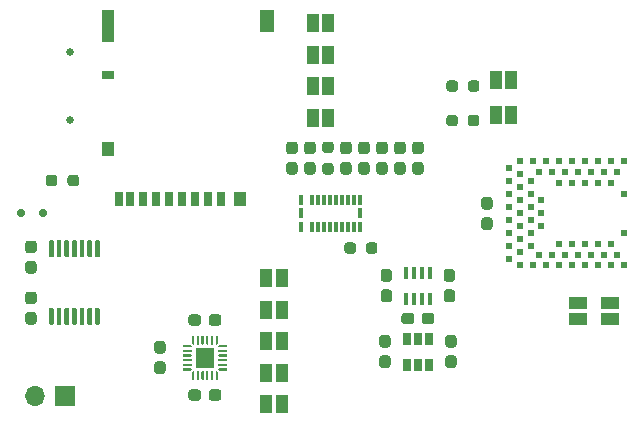
<source format=gbr>
%TF.GenerationSoftware,KiCad,Pcbnew,(5.1.7)-1*%
%TF.CreationDate,2021-01-20T17:17:38-05:00*%
%TF.ProjectId,SYSC4907_REV2,53595343-3439-4303-975f-524556322e6b,rev?*%
%TF.SameCoordinates,Original*%
%TF.FileFunction,Soldermask,Bot*%
%TF.FilePolarity,Negative*%
%FSLAX46Y46*%
G04 Gerber Fmt 4.6, Leading zero omitted, Abs format (unit mm)*
G04 Created by KiCad (PCBNEW (5.1.7)-1) date 2021-01-20 17:17:38*
%MOMM*%
%LPD*%
G01*
G04 APERTURE LIST*
%ADD10C,0.650000*%
%ADD11R,0.700000X1.200000*%
%ADD12R,1.000000X1.200000*%
%ADD13R,1.000000X0.800000*%
%ADD14R,1.000000X2.800000*%
%ADD15R,1.300000X1.900000*%
%ADD16R,1.000000X1.500000*%
%ADD17R,1.500000X1.000000*%
%ADD18C,0.700000*%
%ADD19R,0.508000X0.508000*%
%ADD20R,0.650000X1.060000*%
%ADD21R,0.300000X0.900000*%
%ADD22R,0.300000X0.850000*%
%ADD23R,0.400000X1.060000*%
%ADD24C,0.100000*%
%ADD25R,1.600000X1.750000*%
%ADD26R,1.700000X1.700000*%
%ADD27O,1.700000X1.700000*%
G04 APERTURE END LIST*
%TO.C,C201*%
G36*
G01*
X90496500Y-123926000D02*
X90021500Y-123926000D01*
G75*
G02*
X89784000Y-123688500I0J237500D01*
G01*
X89784000Y-123088500D01*
G75*
G02*
X90021500Y-122851000I237500J0D01*
G01*
X90496500Y-122851000D01*
G75*
G02*
X90734000Y-123088500I0J-237500D01*
G01*
X90734000Y-123688500D01*
G75*
G02*
X90496500Y-123926000I-237500J0D01*
G01*
G37*
G36*
G01*
X90496500Y-122201000D02*
X90021500Y-122201000D01*
G75*
G02*
X89784000Y-121963500I0J237500D01*
G01*
X89784000Y-121363500D01*
G75*
G02*
X90021500Y-121126000I237500J0D01*
G01*
X90496500Y-121126000D01*
G75*
G02*
X90734000Y-121363500I0J-237500D01*
G01*
X90734000Y-121963500D01*
G75*
G02*
X90496500Y-122201000I-237500J0D01*
G01*
G37*
%TD*%
%TO.C,C401*%
G36*
G01*
X87448500Y-135610000D02*
X86973500Y-135610000D01*
G75*
G02*
X86736000Y-135372500I0J237500D01*
G01*
X86736000Y-134772500D01*
G75*
G02*
X86973500Y-134535000I237500J0D01*
G01*
X87448500Y-134535000D01*
G75*
G02*
X87686000Y-134772500I0J-237500D01*
G01*
X87686000Y-135372500D01*
G75*
G02*
X87448500Y-135610000I-237500J0D01*
G01*
G37*
G36*
G01*
X87448500Y-133885000D02*
X86973500Y-133885000D01*
G75*
G02*
X86736000Y-133647500I0J237500D01*
G01*
X86736000Y-133047500D01*
G75*
G02*
X86973500Y-132810000I237500J0D01*
G01*
X87448500Y-132810000D01*
G75*
G02*
X87686000Y-133047500I0J-237500D01*
G01*
X87686000Y-133647500D01*
G75*
G02*
X87448500Y-133885000I-237500J0D01*
G01*
G37*
%TD*%
%TO.C,C402*%
G36*
G01*
X75510500Y-119227000D02*
X75035500Y-119227000D01*
G75*
G02*
X74798000Y-118989500I0J237500D01*
G01*
X74798000Y-118389500D01*
G75*
G02*
X75035500Y-118152000I237500J0D01*
G01*
X75510500Y-118152000D01*
G75*
G02*
X75748000Y-118389500I0J-237500D01*
G01*
X75748000Y-118989500D01*
G75*
G02*
X75510500Y-119227000I-237500J0D01*
G01*
G37*
G36*
G01*
X75510500Y-117502000D02*
X75035500Y-117502000D01*
G75*
G02*
X74798000Y-117264500I0J237500D01*
G01*
X74798000Y-116664500D01*
G75*
G02*
X75035500Y-116427000I237500J0D01*
G01*
X75510500Y-116427000D01*
G75*
G02*
X75748000Y-116664500I0J-237500D01*
G01*
X75748000Y-117264500D01*
G75*
G02*
X75510500Y-117502000I-237500J0D01*
G01*
G37*
%TD*%
%TO.C,C403*%
G36*
G01*
X82655500Y-116427000D02*
X83130500Y-116427000D01*
G75*
G02*
X83368000Y-116664500I0J-237500D01*
G01*
X83368000Y-117264500D01*
G75*
G02*
X83130500Y-117502000I-237500J0D01*
G01*
X82655500Y-117502000D01*
G75*
G02*
X82418000Y-117264500I0J237500D01*
G01*
X82418000Y-116664500D01*
G75*
G02*
X82655500Y-116427000I237500J0D01*
G01*
G37*
G36*
G01*
X82655500Y-118152000D02*
X83130500Y-118152000D01*
G75*
G02*
X83368000Y-118389500I0J-237500D01*
G01*
X83368000Y-118989500D01*
G75*
G02*
X83130500Y-119227000I-237500J0D01*
G01*
X82655500Y-119227000D01*
G75*
G02*
X82418000Y-118989500I0J237500D01*
G01*
X82418000Y-118389500D01*
G75*
G02*
X82655500Y-118152000I237500J0D01*
G01*
G37*
%TD*%
%TO.C,C404*%
G36*
G01*
X73986500Y-117502000D02*
X73511500Y-117502000D01*
G75*
G02*
X73274000Y-117264500I0J237500D01*
G01*
X73274000Y-116664500D01*
G75*
G02*
X73511500Y-116427000I237500J0D01*
G01*
X73986500Y-116427000D01*
G75*
G02*
X74224000Y-116664500I0J-237500D01*
G01*
X74224000Y-117264500D01*
G75*
G02*
X73986500Y-117502000I-237500J0D01*
G01*
G37*
G36*
G01*
X73986500Y-119227000D02*
X73511500Y-119227000D01*
G75*
G02*
X73274000Y-118989500I0J237500D01*
G01*
X73274000Y-118389500D01*
G75*
G02*
X73511500Y-118152000I237500J0D01*
G01*
X73986500Y-118152000D01*
G75*
G02*
X74224000Y-118389500I0J-237500D01*
G01*
X74224000Y-118989500D01*
G75*
G02*
X73986500Y-119227000I-237500J0D01*
G01*
G37*
%TD*%
%TO.C,C405*%
G36*
G01*
X84179500Y-118152000D02*
X84654500Y-118152000D01*
G75*
G02*
X84892000Y-118389500I0J-237500D01*
G01*
X84892000Y-118989500D01*
G75*
G02*
X84654500Y-119227000I-237500J0D01*
G01*
X84179500Y-119227000D01*
G75*
G02*
X83942000Y-118989500I0J237500D01*
G01*
X83942000Y-118389500D01*
G75*
G02*
X84179500Y-118152000I237500J0D01*
G01*
G37*
G36*
G01*
X84179500Y-116427000D02*
X84654500Y-116427000D01*
G75*
G02*
X84892000Y-116664500I0J-237500D01*
G01*
X84892000Y-117264500D01*
G75*
G02*
X84654500Y-117502000I-237500J0D01*
G01*
X84179500Y-117502000D01*
G75*
G02*
X83942000Y-117264500I0J237500D01*
G01*
X83942000Y-116664500D01*
G75*
G02*
X84179500Y-116427000I237500J0D01*
G01*
G37*
%TD*%
%TO.C,C407*%
G36*
G01*
X81385500Y-134535000D02*
X81860500Y-134535000D01*
G75*
G02*
X82098000Y-134772500I0J-237500D01*
G01*
X82098000Y-135372500D01*
G75*
G02*
X81860500Y-135610000I-237500J0D01*
G01*
X81385500Y-135610000D01*
G75*
G02*
X81148000Y-135372500I0J237500D01*
G01*
X81148000Y-134772500D01*
G75*
G02*
X81385500Y-134535000I237500J0D01*
G01*
G37*
G36*
G01*
X81385500Y-132810000D02*
X81860500Y-132810000D01*
G75*
G02*
X82098000Y-133047500I0J-237500D01*
G01*
X82098000Y-133647500D01*
G75*
G02*
X81860500Y-133885000I-237500J0D01*
G01*
X81385500Y-133885000D01*
G75*
G02*
X81148000Y-133647500I0J237500D01*
G01*
X81148000Y-133047500D01*
G75*
G02*
X81385500Y-132810000I237500J0D01*
G01*
G37*
%TD*%
%TO.C,C408*%
G36*
G01*
X86846500Y-127222000D02*
X87321500Y-127222000D01*
G75*
G02*
X87559000Y-127459500I0J-237500D01*
G01*
X87559000Y-128059500D01*
G75*
G02*
X87321500Y-128297000I-237500J0D01*
G01*
X86846500Y-128297000D01*
G75*
G02*
X86609000Y-128059500I0J237500D01*
G01*
X86609000Y-127459500D01*
G75*
G02*
X86846500Y-127222000I237500J0D01*
G01*
G37*
G36*
G01*
X86846500Y-128947000D02*
X87321500Y-128947000D01*
G75*
G02*
X87559000Y-129184500I0J-237500D01*
G01*
X87559000Y-129784500D01*
G75*
G02*
X87321500Y-130022000I-237500J0D01*
G01*
X86846500Y-130022000D01*
G75*
G02*
X86609000Y-129784500I0J237500D01*
G01*
X86609000Y-129184500D01*
G75*
G02*
X86846500Y-128947000I237500J0D01*
G01*
G37*
%TD*%
%TO.C,C410*%
G36*
G01*
X80082500Y-119227000D02*
X79607500Y-119227000D01*
G75*
G02*
X79370000Y-118989500I0J237500D01*
G01*
X79370000Y-118389500D01*
G75*
G02*
X79607500Y-118152000I237500J0D01*
G01*
X80082500Y-118152000D01*
G75*
G02*
X80320000Y-118389500I0J-237500D01*
G01*
X80320000Y-118989500D01*
G75*
G02*
X80082500Y-119227000I-237500J0D01*
G01*
G37*
G36*
G01*
X80082500Y-117502000D02*
X79607500Y-117502000D01*
G75*
G02*
X79370000Y-117264500I0J237500D01*
G01*
X79370000Y-116664500D01*
G75*
G02*
X79607500Y-116427000I237500J0D01*
G01*
X80082500Y-116427000D01*
G75*
G02*
X80320000Y-116664500I0J-237500D01*
G01*
X80320000Y-117264500D01*
G75*
G02*
X80082500Y-117502000I-237500J0D01*
G01*
G37*
%TD*%
%TO.C,C411*%
G36*
G01*
X81512500Y-127222000D02*
X81987500Y-127222000D01*
G75*
G02*
X82225000Y-127459500I0J-237500D01*
G01*
X82225000Y-128059500D01*
G75*
G02*
X81987500Y-128297000I-237500J0D01*
G01*
X81512500Y-128297000D01*
G75*
G02*
X81275000Y-128059500I0J237500D01*
G01*
X81275000Y-127459500D01*
G75*
G02*
X81512500Y-127222000I237500J0D01*
G01*
G37*
G36*
G01*
X81512500Y-128947000D02*
X81987500Y-128947000D01*
G75*
G02*
X82225000Y-129184500I0J-237500D01*
G01*
X82225000Y-129784500D01*
G75*
G02*
X81987500Y-130022000I-237500J0D01*
G01*
X81512500Y-130022000D01*
G75*
G02*
X81275000Y-129784500I0J237500D01*
G01*
X81275000Y-129184500D01*
G75*
G02*
X81512500Y-128947000I237500J0D01*
G01*
G37*
%TD*%
%TO.C,C412*%
G36*
G01*
X81606500Y-117502000D02*
X81131500Y-117502000D01*
G75*
G02*
X80894000Y-117264500I0J237500D01*
G01*
X80894000Y-116664500D01*
G75*
G02*
X81131500Y-116427000I237500J0D01*
G01*
X81606500Y-116427000D01*
G75*
G02*
X81844000Y-116664500I0J-237500D01*
G01*
X81844000Y-117264500D01*
G75*
G02*
X81606500Y-117502000I-237500J0D01*
G01*
G37*
G36*
G01*
X81606500Y-119227000D02*
X81131500Y-119227000D01*
G75*
G02*
X80894000Y-118989500I0J237500D01*
G01*
X80894000Y-118389500D01*
G75*
G02*
X81131500Y-118152000I237500J0D01*
G01*
X81606500Y-118152000D01*
G75*
G02*
X81844000Y-118389500I0J-237500D01*
G01*
X81844000Y-118989500D01*
G75*
G02*
X81606500Y-119227000I-237500J0D01*
G01*
G37*
%TD*%
%TO.C,C413*%
G36*
G01*
X78558500Y-117502000D02*
X78083500Y-117502000D01*
G75*
G02*
X77846000Y-117264500I0J237500D01*
G01*
X77846000Y-116664500D01*
G75*
G02*
X78083500Y-116427000I237500J0D01*
G01*
X78558500Y-116427000D01*
G75*
G02*
X78796000Y-116664500I0J-237500D01*
G01*
X78796000Y-117264500D01*
G75*
G02*
X78558500Y-117502000I-237500J0D01*
G01*
G37*
G36*
G01*
X78558500Y-119227000D02*
X78083500Y-119227000D01*
G75*
G02*
X77846000Y-118989500I0J237500D01*
G01*
X77846000Y-118389500D01*
G75*
G02*
X78083500Y-118152000I237500J0D01*
G01*
X78558500Y-118152000D01*
G75*
G02*
X78796000Y-118389500I0J-237500D01*
G01*
X78796000Y-118989500D01*
G75*
G02*
X78558500Y-119227000I-237500J0D01*
G01*
G37*
%TD*%
%TO.C,C414*%
G36*
G01*
X85817000Y-131178500D02*
X85817000Y-131653500D01*
G75*
G02*
X85579500Y-131891000I-237500J0D01*
G01*
X84979500Y-131891000D01*
G75*
G02*
X84742000Y-131653500I0J237500D01*
G01*
X84742000Y-131178500D01*
G75*
G02*
X84979500Y-130941000I237500J0D01*
G01*
X85579500Y-130941000D01*
G75*
G02*
X85817000Y-131178500I0J-237500D01*
G01*
G37*
G36*
G01*
X84092000Y-131178500D02*
X84092000Y-131653500D01*
G75*
G02*
X83854500Y-131891000I-237500J0D01*
G01*
X83254500Y-131891000D01*
G75*
G02*
X83017000Y-131653500I0J237500D01*
G01*
X83017000Y-131178500D01*
G75*
G02*
X83254500Y-130941000I237500J0D01*
G01*
X83854500Y-130941000D01*
G75*
G02*
X84092000Y-131178500I0J-237500D01*
G01*
G37*
%TD*%
%TO.C,C419*%
G36*
G01*
X67783000Y-131305500D02*
X67783000Y-131780500D01*
G75*
G02*
X67545500Y-132018000I-237500J0D01*
G01*
X66945500Y-132018000D01*
G75*
G02*
X66708000Y-131780500I0J237500D01*
G01*
X66708000Y-131305500D01*
G75*
G02*
X66945500Y-131068000I237500J0D01*
G01*
X67545500Y-131068000D01*
G75*
G02*
X67783000Y-131305500I0J-237500D01*
G01*
G37*
G36*
G01*
X66058000Y-131305500D02*
X66058000Y-131780500D01*
G75*
G02*
X65820500Y-132018000I-237500J0D01*
G01*
X65220500Y-132018000D01*
G75*
G02*
X64983000Y-131780500I0J237500D01*
G01*
X64983000Y-131305500D01*
G75*
G02*
X65220500Y-131068000I237500J0D01*
G01*
X65820500Y-131068000D01*
G75*
G02*
X66058000Y-131305500I0J-237500D01*
G01*
G37*
%TD*%
%TO.C,C420*%
G36*
G01*
X66058000Y-137655500D02*
X66058000Y-138130500D01*
G75*
G02*
X65820500Y-138368000I-237500J0D01*
G01*
X65220500Y-138368000D01*
G75*
G02*
X64983000Y-138130500I0J237500D01*
G01*
X64983000Y-137655500D01*
G75*
G02*
X65220500Y-137418000I237500J0D01*
G01*
X65820500Y-137418000D01*
G75*
G02*
X66058000Y-137655500I0J-237500D01*
G01*
G37*
G36*
G01*
X67783000Y-137655500D02*
X67783000Y-138130500D01*
G75*
G02*
X67545500Y-138368000I-237500J0D01*
G01*
X66945500Y-138368000D01*
G75*
G02*
X66708000Y-138130500I0J237500D01*
G01*
X66708000Y-137655500D01*
G75*
G02*
X66945500Y-137418000I237500J0D01*
G01*
X67545500Y-137418000D01*
G75*
G02*
X67783000Y-137655500I0J-237500D01*
G01*
G37*
%TD*%
%TO.C,C421*%
G36*
G01*
X62335500Y-133318000D02*
X62810500Y-133318000D01*
G75*
G02*
X63048000Y-133555500I0J-237500D01*
G01*
X63048000Y-134155500D01*
G75*
G02*
X62810500Y-134393000I-237500J0D01*
G01*
X62335500Y-134393000D01*
G75*
G02*
X62098000Y-134155500I0J237500D01*
G01*
X62098000Y-133555500D01*
G75*
G02*
X62335500Y-133318000I237500J0D01*
G01*
G37*
G36*
G01*
X62335500Y-135043000D02*
X62810500Y-135043000D01*
G75*
G02*
X63048000Y-135280500I0J-237500D01*
G01*
X63048000Y-135880500D01*
G75*
G02*
X62810500Y-136118000I-237500J0D01*
G01*
X62335500Y-136118000D01*
G75*
G02*
X62098000Y-135880500I0J237500D01*
G01*
X62098000Y-135280500D01*
G75*
G02*
X62335500Y-135043000I237500J0D01*
G01*
G37*
%TD*%
D10*
%TO.C,J201*%
X54925000Y-108860000D03*
X54925000Y-114640000D03*
%TD*%
D11*
%TO.C,J203*%
X59125000Y-121325000D03*
X60075000Y-121325000D03*
X67775000Y-121325000D03*
X66675000Y-121325000D03*
X65575000Y-121325000D03*
X64475000Y-121325000D03*
X63375000Y-121325000D03*
X62275000Y-121325000D03*
X61175000Y-121325000D03*
D12*
X69325000Y-121325000D03*
X58175000Y-117025000D03*
D13*
X58175000Y-110825000D03*
D14*
X58175000Y-106675000D03*
D15*
X71675000Y-106225000D03*
%TD*%
D16*
%TO.C,JP201*%
X91006000Y-114144000D03*
X92306000Y-114144000D03*
%TD*%
%TO.C,JP202*%
X92306000Y-111223000D03*
X91006000Y-111223000D03*
%TD*%
%TO.C,JP203*%
X72875000Y-130654000D03*
X71575000Y-130654000D03*
%TD*%
%TO.C,JP204*%
X71575000Y-133321000D03*
X72875000Y-133321000D03*
%TD*%
%TO.C,JP205*%
X72875000Y-135988000D03*
X71575000Y-135988000D03*
%TD*%
%TO.C,JP206*%
X72890000Y-127987000D03*
X71590000Y-127987000D03*
%TD*%
%TO.C,JP207*%
X71575000Y-138655000D03*
X72875000Y-138655000D03*
%TD*%
D17*
%TO.C,JP208*%
X100673000Y-131431000D03*
X100673000Y-130131000D03*
%TD*%
%TO.C,JP209*%
X98006000Y-130131000D03*
X98006000Y-131431000D03*
%TD*%
D16*
%TO.C,JP210*%
X76812000Y-114398000D03*
X75512000Y-114398000D03*
%TD*%
%TO.C,JP211*%
X75512000Y-111731000D03*
X76812000Y-111731000D03*
%TD*%
%TO.C,JP212*%
X76812000Y-109064000D03*
X75512000Y-109064000D03*
%TD*%
%TO.C,JP213*%
X76812000Y-106397000D03*
X75512000Y-106397000D03*
%TD*%
%TO.C,R201*%
G36*
G01*
X88652000Y-114889500D02*
X88652000Y-114414500D01*
G75*
G02*
X88889500Y-114177000I237500J0D01*
G01*
X89389500Y-114177000D01*
G75*
G02*
X89627000Y-114414500I0J-237500D01*
G01*
X89627000Y-114889500D01*
G75*
G02*
X89389500Y-115127000I-237500J0D01*
G01*
X88889500Y-115127000D01*
G75*
G02*
X88652000Y-114889500I0J237500D01*
G01*
G37*
G36*
G01*
X86827000Y-114889500D02*
X86827000Y-114414500D01*
G75*
G02*
X87064500Y-114177000I237500J0D01*
G01*
X87564500Y-114177000D01*
G75*
G02*
X87802000Y-114414500I0J-237500D01*
G01*
X87802000Y-114889500D01*
G75*
G02*
X87564500Y-115127000I-237500J0D01*
G01*
X87064500Y-115127000D01*
G75*
G02*
X86827000Y-114889500I0J237500D01*
G01*
G37*
%TD*%
%TO.C,R202*%
G36*
G01*
X88652000Y-111968500D02*
X88652000Y-111493500D01*
G75*
G02*
X88889500Y-111256000I237500J0D01*
G01*
X89389500Y-111256000D01*
G75*
G02*
X89627000Y-111493500I0J-237500D01*
G01*
X89627000Y-111968500D01*
G75*
G02*
X89389500Y-112206000I-237500J0D01*
G01*
X88889500Y-112206000D01*
G75*
G02*
X88652000Y-111968500I0J237500D01*
G01*
G37*
G36*
G01*
X86827000Y-111968500D02*
X86827000Y-111493500D01*
G75*
G02*
X87064500Y-111256000I237500J0D01*
G01*
X87564500Y-111256000D01*
G75*
G02*
X87802000Y-111493500I0J-237500D01*
G01*
X87802000Y-111968500D01*
G75*
G02*
X87564500Y-112206000I-237500J0D01*
G01*
X87064500Y-112206000D01*
G75*
G02*
X86827000Y-111968500I0J237500D01*
G01*
G37*
%TD*%
%TO.C,R203*%
G36*
G01*
X55718000Y-119494500D02*
X55718000Y-119969500D01*
G75*
G02*
X55480500Y-120207000I-237500J0D01*
G01*
X54980500Y-120207000D01*
G75*
G02*
X54743000Y-119969500I0J237500D01*
G01*
X54743000Y-119494500D01*
G75*
G02*
X54980500Y-119257000I237500J0D01*
G01*
X55480500Y-119257000D01*
G75*
G02*
X55718000Y-119494500I0J-237500D01*
G01*
G37*
G36*
G01*
X53893000Y-119494500D02*
X53893000Y-119969500D01*
G75*
G02*
X53655500Y-120207000I-237500J0D01*
G01*
X53155500Y-120207000D01*
G75*
G02*
X52918000Y-119969500I0J237500D01*
G01*
X52918000Y-119494500D01*
G75*
G02*
X53155500Y-119257000I237500J0D01*
G01*
X53655500Y-119257000D01*
G75*
G02*
X53893000Y-119494500I0J-237500D01*
G01*
G37*
%TD*%
%TO.C,R401*%
G36*
G01*
X79166000Y-125209500D02*
X79166000Y-125684500D01*
G75*
G02*
X78928500Y-125922000I-237500J0D01*
G01*
X78428500Y-125922000D01*
G75*
G02*
X78191000Y-125684500I0J237500D01*
G01*
X78191000Y-125209500D01*
G75*
G02*
X78428500Y-124972000I237500J0D01*
G01*
X78928500Y-124972000D01*
G75*
G02*
X79166000Y-125209500I0J-237500D01*
G01*
G37*
G36*
G01*
X80991000Y-125209500D02*
X80991000Y-125684500D01*
G75*
G02*
X80753500Y-125922000I-237500J0D01*
G01*
X80253500Y-125922000D01*
G75*
G02*
X80016000Y-125684500I0J237500D01*
G01*
X80016000Y-125209500D01*
G75*
G02*
X80253500Y-124972000I237500J0D01*
G01*
X80753500Y-124972000D01*
G75*
G02*
X80991000Y-125209500I0J-237500D01*
G01*
G37*
%TD*%
%TO.C,R402*%
G36*
G01*
X77034500Y-117402000D02*
X76559500Y-117402000D01*
G75*
G02*
X76322000Y-117164500I0J237500D01*
G01*
X76322000Y-116664500D01*
G75*
G02*
X76559500Y-116427000I237500J0D01*
G01*
X77034500Y-116427000D01*
G75*
G02*
X77272000Y-116664500I0J-237500D01*
G01*
X77272000Y-117164500D01*
G75*
G02*
X77034500Y-117402000I-237500J0D01*
G01*
G37*
G36*
G01*
X77034500Y-119227000D02*
X76559500Y-119227000D01*
G75*
G02*
X76322000Y-118989500I0J237500D01*
G01*
X76322000Y-118489500D01*
G75*
G02*
X76559500Y-118252000I237500J0D01*
G01*
X77034500Y-118252000D01*
G75*
G02*
X77272000Y-118489500I0J-237500D01*
G01*
X77272000Y-118989500D01*
G75*
G02*
X77034500Y-119227000I-237500J0D01*
G01*
G37*
%TD*%
D18*
%TO.C,SW301*%
X52650000Y-122500000D03*
X50850000Y-122500000D03*
%TD*%
D19*
%TO.C,U202*%
X101850001Y-126899999D03*
X100750001Y-126899999D03*
X99650001Y-126899999D03*
X98550000Y-126899999D03*
X97450000Y-126899999D03*
X96350000Y-126899999D03*
X95249999Y-126899999D03*
X94149999Y-126899999D03*
X93049999Y-126899999D03*
X92149998Y-126350000D03*
X92149998Y-125250000D03*
X92149998Y-124149999D03*
X92149998Y-123049999D03*
X92149998Y-121950001D03*
X92149998Y-120850001D03*
X92149998Y-119750000D03*
X92149998Y-118650000D03*
X93049999Y-118100001D03*
X94149999Y-118100001D03*
X95249999Y-118100001D03*
X96350000Y-118100001D03*
X97450000Y-118100001D03*
X98550000Y-118100001D03*
X99650001Y-118100001D03*
X100750001Y-118100001D03*
X101850001Y-118100001D03*
X93949998Y-125250000D03*
X94699999Y-119000001D03*
X95800000Y-119000001D03*
X96900000Y-119000001D03*
X98000000Y-119000001D03*
X99100001Y-119000001D03*
X100200001Y-119000001D03*
X101300001Y-119000001D03*
X96350000Y-119900001D03*
X97450000Y-119900001D03*
X98550001Y-119900001D03*
X99650001Y-119900001D03*
X100750001Y-119900001D03*
X101300001Y-125999999D03*
X100200001Y-125999999D03*
X99100001Y-125999999D03*
X98000000Y-125999999D03*
X96900000Y-125999999D03*
X95800000Y-125999999D03*
X94699999Y-125999999D03*
X94849998Y-123600000D03*
X100750001Y-125099999D03*
X99650001Y-125099999D03*
X98550001Y-125099999D03*
X97450000Y-125099999D03*
X96350000Y-125099999D03*
X93049998Y-125800000D03*
X93049998Y-124700000D03*
X101850001Y-124149999D03*
X101850001Y-120850001D03*
X93049998Y-120300001D03*
X93049998Y-119200000D03*
X94849998Y-122499999D03*
X94849998Y-121399999D03*
X93949998Y-120850001D03*
X93949998Y-119750001D03*
X93049998Y-123600000D03*
X93049998Y-122499999D03*
X93049998Y-121399999D03*
X93949998Y-124150000D03*
X93949998Y-123050000D03*
X93949998Y-121949999D03*
%TD*%
%TO.C,U203*%
G36*
G01*
X57384000Y-131968000D02*
X57184000Y-131968000D01*
G75*
G02*
X57084000Y-131868000I0J100000D01*
G01*
X57084000Y-130593000D01*
G75*
G02*
X57184000Y-130493000I100000J0D01*
G01*
X57384000Y-130493000D01*
G75*
G02*
X57484000Y-130593000I0J-100000D01*
G01*
X57484000Y-131868000D01*
G75*
G02*
X57384000Y-131968000I-100000J0D01*
G01*
G37*
G36*
G01*
X56734000Y-131968000D02*
X56534000Y-131968000D01*
G75*
G02*
X56434000Y-131868000I0J100000D01*
G01*
X56434000Y-130593000D01*
G75*
G02*
X56534000Y-130493000I100000J0D01*
G01*
X56734000Y-130493000D01*
G75*
G02*
X56834000Y-130593000I0J-100000D01*
G01*
X56834000Y-131868000D01*
G75*
G02*
X56734000Y-131968000I-100000J0D01*
G01*
G37*
G36*
G01*
X56084000Y-131968000D02*
X55884000Y-131968000D01*
G75*
G02*
X55784000Y-131868000I0J100000D01*
G01*
X55784000Y-130593000D01*
G75*
G02*
X55884000Y-130493000I100000J0D01*
G01*
X56084000Y-130493000D01*
G75*
G02*
X56184000Y-130593000I0J-100000D01*
G01*
X56184000Y-131868000D01*
G75*
G02*
X56084000Y-131968000I-100000J0D01*
G01*
G37*
G36*
G01*
X55434000Y-131968000D02*
X55234000Y-131968000D01*
G75*
G02*
X55134000Y-131868000I0J100000D01*
G01*
X55134000Y-130593000D01*
G75*
G02*
X55234000Y-130493000I100000J0D01*
G01*
X55434000Y-130493000D01*
G75*
G02*
X55534000Y-130593000I0J-100000D01*
G01*
X55534000Y-131868000D01*
G75*
G02*
X55434000Y-131968000I-100000J0D01*
G01*
G37*
G36*
G01*
X54784000Y-131968000D02*
X54584000Y-131968000D01*
G75*
G02*
X54484000Y-131868000I0J100000D01*
G01*
X54484000Y-130593000D01*
G75*
G02*
X54584000Y-130493000I100000J0D01*
G01*
X54784000Y-130493000D01*
G75*
G02*
X54884000Y-130593000I0J-100000D01*
G01*
X54884000Y-131868000D01*
G75*
G02*
X54784000Y-131968000I-100000J0D01*
G01*
G37*
G36*
G01*
X54134000Y-131968000D02*
X53934000Y-131968000D01*
G75*
G02*
X53834000Y-131868000I0J100000D01*
G01*
X53834000Y-130593000D01*
G75*
G02*
X53934000Y-130493000I100000J0D01*
G01*
X54134000Y-130493000D01*
G75*
G02*
X54234000Y-130593000I0J-100000D01*
G01*
X54234000Y-131868000D01*
G75*
G02*
X54134000Y-131968000I-100000J0D01*
G01*
G37*
G36*
G01*
X53484000Y-131968000D02*
X53284000Y-131968000D01*
G75*
G02*
X53184000Y-131868000I0J100000D01*
G01*
X53184000Y-130593000D01*
G75*
G02*
X53284000Y-130493000I100000J0D01*
G01*
X53484000Y-130493000D01*
G75*
G02*
X53584000Y-130593000I0J-100000D01*
G01*
X53584000Y-131868000D01*
G75*
G02*
X53484000Y-131968000I-100000J0D01*
G01*
G37*
G36*
G01*
X53484000Y-126243000D02*
X53284000Y-126243000D01*
G75*
G02*
X53184000Y-126143000I0J100000D01*
G01*
X53184000Y-124868000D01*
G75*
G02*
X53284000Y-124768000I100000J0D01*
G01*
X53484000Y-124768000D01*
G75*
G02*
X53584000Y-124868000I0J-100000D01*
G01*
X53584000Y-126143000D01*
G75*
G02*
X53484000Y-126243000I-100000J0D01*
G01*
G37*
G36*
G01*
X54134000Y-126243000D02*
X53934000Y-126243000D01*
G75*
G02*
X53834000Y-126143000I0J100000D01*
G01*
X53834000Y-124868000D01*
G75*
G02*
X53934000Y-124768000I100000J0D01*
G01*
X54134000Y-124768000D01*
G75*
G02*
X54234000Y-124868000I0J-100000D01*
G01*
X54234000Y-126143000D01*
G75*
G02*
X54134000Y-126243000I-100000J0D01*
G01*
G37*
G36*
G01*
X54784000Y-126243000D02*
X54584000Y-126243000D01*
G75*
G02*
X54484000Y-126143000I0J100000D01*
G01*
X54484000Y-124868000D01*
G75*
G02*
X54584000Y-124768000I100000J0D01*
G01*
X54784000Y-124768000D01*
G75*
G02*
X54884000Y-124868000I0J-100000D01*
G01*
X54884000Y-126143000D01*
G75*
G02*
X54784000Y-126243000I-100000J0D01*
G01*
G37*
G36*
G01*
X55434000Y-126243000D02*
X55234000Y-126243000D01*
G75*
G02*
X55134000Y-126143000I0J100000D01*
G01*
X55134000Y-124868000D01*
G75*
G02*
X55234000Y-124768000I100000J0D01*
G01*
X55434000Y-124768000D01*
G75*
G02*
X55534000Y-124868000I0J-100000D01*
G01*
X55534000Y-126143000D01*
G75*
G02*
X55434000Y-126243000I-100000J0D01*
G01*
G37*
G36*
G01*
X56084000Y-126243000D02*
X55884000Y-126243000D01*
G75*
G02*
X55784000Y-126143000I0J100000D01*
G01*
X55784000Y-124868000D01*
G75*
G02*
X55884000Y-124768000I100000J0D01*
G01*
X56084000Y-124768000D01*
G75*
G02*
X56184000Y-124868000I0J-100000D01*
G01*
X56184000Y-126143000D01*
G75*
G02*
X56084000Y-126243000I-100000J0D01*
G01*
G37*
G36*
G01*
X56734000Y-126243000D02*
X56534000Y-126243000D01*
G75*
G02*
X56434000Y-126143000I0J100000D01*
G01*
X56434000Y-124868000D01*
G75*
G02*
X56534000Y-124768000I100000J0D01*
G01*
X56734000Y-124768000D01*
G75*
G02*
X56834000Y-124868000I0J-100000D01*
G01*
X56834000Y-126143000D01*
G75*
G02*
X56734000Y-126243000I-100000J0D01*
G01*
G37*
G36*
G01*
X57384000Y-126243000D02*
X57184000Y-126243000D01*
G75*
G02*
X57084000Y-126143000I0J100000D01*
G01*
X57084000Y-124868000D01*
G75*
G02*
X57184000Y-124768000I100000J0D01*
G01*
X57384000Y-124768000D01*
G75*
G02*
X57484000Y-124868000I0J-100000D01*
G01*
X57484000Y-126143000D01*
G75*
G02*
X57384000Y-126243000I-100000J0D01*
G01*
G37*
%TD*%
D20*
%TO.C,U401*%
X83467000Y-133110000D03*
X84417000Y-133110000D03*
X85367000Y-133110000D03*
X85367000Y-135310000D03*
X83467000Y-135310000D03*
X84417000Y-135310000D03*
%TD*%
D21*
%TO.C,U402*%
X79500000Y-121350000D03*
X78992000Y-121350000D03*
X78484000Y-121350000D03*
X77976000Y-121350000D03*
X77468000Y-121350000D03*
X76960000Y-121350000D03*
X76452000Y-121350000D03*
X75944000Y-121350000D03*
X79500000Y-123650000D03*
X78992000Y-123650000D03*
X78484000Y-123650000D03*
X77976000Y-123650000D03*
X77468000Y-123650000D03*
X76960000Y-123650000D03*
X76452000Y-123650000D03*
X75944000Y-123650000D03*
D22*
X79500000Y-122500000D03*
D21*
X75436000Y-123650000D03*
X75436000Y-121350000D03*
X74500000Y-123650000D03*
X74500000Y-121350000D03*
D22*
X74500000Y-122500000D03*
%TD*%
D23*
%TO.C,U403*%
X85397000Y-129722000D03*
X84747000Y-129722000D03*
X84087000Y-129722000D03*
X83437000Y-129722000D03*
X83437000Y-127522000D03*
X84087000Y-127522000D03*
X84747000Y-127522000D03*
X85397000Y-127522000D03*
%TD*%
D24*
%TO.C,U406*%
G36*
X67283769Y-135899196D02*
G01*
X67286045Y-135891693D01*
X67289741Y-135884777D01*
X67294716Y-135878716D01*
X67300777Y-135873741D01*
X67307693Y-135870045D01*
X67315196Y-135867769D01*
X67323000Y-135867000D01*
X67346431Y-135867000D01*
X67354235Y-135867769D01*
X67361738Y-135870045D01*
X67368654Y-135873741D01*
X67374715Y-135878716D01*
X67471284Y-135975285D01*
X67476259Y-135981346D01*
X67479955Y-135988262D01*
X67482231Y-135995765D01*
X67483000Y-136003569D01*
X67483000Y-136577000D01*
X67482231Y-136584804D01*
X67479955Y-136592307D01*
X67476259Y-136599223D01*
X67471284Y-136605284D01*
X67465223Y-136610259D01*
X67458307Y-136613955D01*
X67450804Y-136616231D01*
X67443000Y-136617000D01*
X67323000Y-136617000D01*
X67315196Y-136616231D01*
X67307693Y-136613955D01*
X67300777Y-136610259D01*
X67294716Y-136605284D01*
X67289741Y-136599223D01*
X67286045Y-136592307D01*
X67283769Y-136584804D01*
X67283000Y-136577000D01*
X67283000Y-135907000D01*
X67283769Y-135899196D01*
G37*
G36*
G01*
X67033000Y-136617000D02*
X66933000Y-136617000D01*
G75*
G02*
X66883000Y-136567000I0J50000D01*
G01*
X66883000Y-135917000D01*
G75*
G02*
X66933000Y-135867000I50000J0D01*
G01*
X67033000Y-135867000D01*
G75*
G02*
X67083000Y-135917000I0J-50000D01*
G01*
X67083000Y-136567000D01*
G75*
G02*
X67033000Y-136617000I-50000J0D01*
G01*
G37*
G36*
G01*
X66633000Y-136617000D02*
X66533000Y-136617000D01*
G75*
G02*
X66483000Y-136567000I0J50000D01*
G01*
X66483000Y-135917000D01*
G75*
G02*
X66533000Y-135867000I50000J0D01*
G01*
X66633000Y-135867000D01*
G75*
G02*
X66683000Y-135917000I0J-50000D01*
G01*
X66683000Y-136567000D01*
G75*
G02*
X66633000Y-136617000I-50000J0D01*
G01*
G37*
G36*
G01*
X66233000Y-136617000D02*
X66133000Y-136617000D01*
G75*
G02*
X66083000Y-136567000I0J50000D01*
G01*
X66083000Y-135917000D01*
G75*
G02*
X66133000Y-135867000I50000J0D01*
G01*
X66233000Y-135867000D01*
G75*
G02*
X66283000Y-135917000I0J-50000D01*
G01*
X66283000Y-136567000D01*
G75*
G02*
X66233000Y-136617000I-50000J0D01*
G01*
G37*
G36*
G01*
X65833000Y-136617000D02*
X65733000Y-136617000D01*
G75*
G02*
X65683000Y-136567000I0J50000D01*
G01*
X65683000Y-135917000D01*
G75*
G02*
X65733000Y-135867000I50000J0D01*
G01*
X65833000Y-135867000D01*
G75*
G02*
X65883000Y-135917000I0J-50000D01*
G01*
X65883000Y-136567000D01*
G75*
G02*
X65833000Y-136617000I-50000J0D01*
G01*
G37*
G36*
X65283769Y-135995765D02*
G01*
X65286045Y-135988262D01*
X65289741Y-135981346D01*
X65294716Y-135975285D01*
X65391285Y-135878716D01*
X65397346Y-135873741D01*
X65404262Y-135870045D01*
X65411765Y-135867769D01*
X65419569Y-135867000D01*
X65443000Y-135867000D01*
X65450804Y-135867769D01*
X65458307Y-135870045D01*
X65465223Y-135873741D01*
X65471284Y-135878716D01*
X65476259Y-135884777D01*
X65479955Y-135891693D01*
X65482231Y-135899196D01*
X65483000Y-135907000D01*
X65483000Y-136577000D01*
X65482231Y-136584804D01*
X65479955Y-136592307D01*
X65476259Y-136599223D01*
X65471284Y-136605284D01*
X65465223Y-136610259D01*
X65458307Y-136613955D01*
X65450804Y-136616231D01*
X65443000Y-136617000D01*
X65323000Y-136617000D01*
X65315196Y-136616231D01*
X65307693Y-136613955D01*
X65300777Y-136610259D01*
X65294716Y-136605284D01*
X65289741Y-136599223D01*
X65286045Y-136592307D01*
X65283769Y-136584804D01*
X65283000Y-136577000D01*
X65283000Y-136003569D01*
X65283769Y-135995765D01*
G37*
G36*
X64508769Y-135674196D02*
G01*
X64511045Y-135666693D01*
X64514741Y-135659777D01*
X64519716Y-135653716D01*
X64525777Y-135648741D01*
X64532693Y-135645045D01*
X64540196Y-135642769D01*
X64548000Y-135642000D01*
X65218000Y-135642000D01*
X65225804Y-135642769D01*
X65233307Y-135645045D01*
X65240223Y-135648741D01*
X65246284Y-135653716D01*
X65251259Y-135659777D01*
X65254955Y-135666693D01*
X65257231Y-135674196D01*
X65258000Y-135682000D01*
X65258000Y-135705431D01*
X65257231Y-135713235D01*
X65254955Y-135720738D01*
X65251259Y-135727654D01*
X65246284Y-135733715D01*
X65149715Y-135830284D01*
X65143654Y-135835259D01*
X65136738Y-135838955D01*
X65129235Y-135841231D01*
X65121431Y-135842000D01*
X64548000Y-135842000D01*
X64540196Y-135841231D01*
X64532693Y-135838955D01*
X64525777Y-135835259D01*
X64519716Y-135830284D01*
X64514741Y-135824223D01*
X64511045Y-135817307D01*
X64508769Y-135809804D01*
X64508000Y-135802000D01*
X64508000Y-135682000D01*
X64508769Y-135674196D01*
G37*
G36*
G01*
X65208000Y-135442000D02*
X64558000Y-135442000D01*
G75*
G02*
X64508000Y-135392000I0J50000D01*
G01*
X64508000Y-135292000D01*
G75*
G02*
X64558000Y-135242000I50000J0D01*
G01*
X65208000Y-135242000D01*
G75*
G02*
X65258000Y-135292000I0J-50000D01*
G01*
X65258000Y-135392000D01*
G75*
G02*
X65208000Y-135442000I-50000J0D01*
G01*
G37*
G36*
G01*
X65208000Y-135042000D02*
X64558000Y-135042000D01*
G75*
G02*
X64508000Y-134992000I0J50000D01*
G01*
X64508000Y-134892000D01*
G75*
G02*
X64558000Y-134842000I50000J0D01*
G01*
X65208000Y-134842000D01*
G75*
G02*
X65258000Y-134892000I0J-50000D01*
G01*
X65258000Y-134992000D01*
G75*
G02*
X65208000Y-135042000I-50000J0D01*
G01*
G37*
G36*
G01*
X65208000Y-134642000D02*
X64558000Y-134642000D01*
G75*
G02*
X64508000Y-134592000I0J50000D01*
G01*
X64508000Y-134492000D01*
G75*
G02*
X64558000Y-134442000I50000J0D01*
G01*
X65208000Y-134442000D01*
G75*
G02*
X65258000Y-134492000I0J-50000D01*
G01*
X65258000Y-134592000D01*
G75*
G02*
X65208000Y-134642000I-50000J0D01*
G01*
G37*
G36*
G01*
X65208000Y-134242000D02*
X64558000Y-134242000D01*
G75*
G02*
X64508000Y-134192000I0J50000D01*
G01*
X64508000Y-134092000D01*
G75*
G02*
X64558000Y-134042000I50000J0D01*
G01*
X65208000Y-134042000D01*
G75*
G02*
X65258000Y-134092000I0J-50000D01*
G01*
X65258000Y-134192000D01*
G75*
G02*
X65208000Y-134242000I-50000J0D01*
G01*
G37*
G36*
X64508769Y-133674196D02*
G01*
X64511045Y-133666693D01*
X64514741Y-133659777D01*
X64519716Y-133653716D01*
X64525777Y-133648741D01*
X64532693Y-133645045D01*
X64540196Y-133642769D01*
X64548000Y-133642000D01*
X65121431Y-133642000D01*
X65129235Y-133642769D01*
X65136738Y-133645045D01*
X65143654Y-133648741D01*
X65149715Y-133653716D01*
X65246284Y-133750285D01*
X65251259Y-133756346D01*
X65254955Y-133763262D01*
X65257231Y-133770765D01*
X65258000Y-133778569D01*
X65258000Y-133802000D01*
X65257231Y-133809804D01*
X65254955Y-133817307D01*
X65251259Y-133824223D01*
X65246284Y-133830284D01*
X65240223Y-133835259D01*
X65233307Y-133838955D01*
X65225804Y-133841231D01*
X65218000Y-133842000D01*
X64548000Y-133842000D01*
X64540196Y-133841231D01*
X64532693Y-133838955D01*
X64525777Y-133835259D01*
X64519716Y-133830284D01*
X64514741Y-133824223D01*
X64511045Y-133817307D01*
X64508769Y-133809804D01*
X64508000Y-133802000D01*
X64508000Y-133682000D01*
X64508769Y-133674196D01*
G37*
G36*
X65283769Y-132899196D02*
G01*
X65286045Y-132891693D01*
X65289741Y-132884777D01*
X65294716Y-132878716D01*
X65300777Y-132873741D01*
X65307693Y-132870045D01*
X65315196Y-132867769D01*
X65323000Y-132867000D01*
X65443000Y-132867000D01*
X65450804Y-132867769D01*
X65458307Y-132870045D01*
X65465223Y-132873741D01*
X65471284Y-132878716D01*
X65476259Y-132884777D01*
X65479955Y-132891693D01*
X65482231Y-132899196D01*
X65483000Y-132907000D01*
X65483000Y-133577000D01*
X65482231Y-133584804D01*
X65479955Y-133592307D01*
X65476259Y-133599223D01*
X65471284Y-133605284D01*
X65465223Y-133610259D01*
X65458307Y-133613955D01*
X65450804Y-133616231D01*
X65443000Y-133617000D01*
X65419569Y-133617000D01*
X65411765Y-133616231D01*
X65404262Y-133613955D01*
X65397346Y-133610259D01*
X65391285Y-133605284D01*
X65294716Y-133508715D01*
X65289741Y-133502654D01*
X65286045Y-133495738D01*
X65283769Y-133488235D01*
X65283000Y-133480431D01*
X65283000Y-132907000D01*
X65283769Y-132899196D01*
G37*
G36*
G01*
X65833000Y-133617000D02*
X65733000Y-133617000D01*
G75*
G02*
X65683000Y-133567000I0J50000D01*
G01*
X65683000Y-132917000D01*
G75*
G02*
X65733000Y-132867000I50000J0D01*
G01*
X65833000Y-132867000D01*
G75*
G02*
X65883000Y-132917000I0J-50000D01*
G01*
X65883000Y-133567000D01*
G75*
G02*
X65833000Y-133617000I-50000J0D01*
G01*
G37*
G36*
G01*
X66233000Y-133617000D02*
X66133000Y-133617000D01*
G75*
G02*
X66083000Y-133567000I0J50000D01*
G01*
X66083000Y-132917000D01*
G75*
G02*
X66133000Y-132867000I50000J0D01*
G01*
X66233000Y-132867000D01*
G75*
G02*
X66283000Y-132917000I0J-50000D01*
G01*
X66283000Y-133567000D01*
G75*
G02*
X66233000Y-133617000I-50000J0D01*
G01*
G37*
G36*
G01*
X66633000Y-133617000D02*
X66533000Y-133617000D01*
G75*
G02*
X66483000Y-133567000I0J50000D01*
G01*
X66483000Y-132917000D01*
G75*
G02*
X66533000Y-132867000I50000J0D01*
G01*
X66633000Y-132867000D01*
G75*
G02*
X66683000Y-132917000I0J-50000D01*
G01*
X66683000Y-133567000D01*
G75*
G02*
X66633000Y-133617000I-50000J0D01*
G01*
G37*
G36*
G01*
X67033000Y-133617000D02*
X66933000Y-133617000D01*
G75*
G02*
X66883000Y-133567000I0J50000D01*
G01*
X66883000Y-132917000D01*
G75*
G02*
X66933000Y-132867000I50000J0D01*
G01*
X67033000Y-132867000D01*
G75*
G02*
X67083000Y-132917000I0J-50000D01*
G01*
X67083000Y-133567000D01*
G75*
G02*
X67033000Y-133617000I-50000J0D01*
G01*
G37*
G36*
X67283769Y-132899196D02*
G01*
X67286045Y-132891693D01*
X67289741Y-132884777D01*
X67294716Y-132878716D01*
X67300777Y-132873741D01*
X67307693Y-132870045D01*
X67315196Y-132867769D01*
X67323000Y-132867000D01*
X67443000Y-132867000D01*
X67450804Y-132867769D01*
X67458307Y-132870045D01*
X67465223Y-132873741D01*
X67471284Y-132878716D01*
X67476259Y-132884777D01*
X67479955Y-132891693D01*
X67482231Y-132899196D01*
X67483000Y-132907000D01*
X67483000Y-133480431D01*
X67482231Y-133488235D01*
X67479955Y-133495738D01*
X67476259Y-133502654D01*
X67471284Y-133508715D01*
X67374715Y-133605284D01*
X67368654Y-133610259D01*
X67361738Y-133613955D01*
X67354235Y-133616231D01*
X67346431Y-133617000D01*
X67323000Y-133617000D01*
X67315196Y-133616231D01*
X67307693Y-133613955D01*
X67300777Y-133610259D01*
X67294716Y-133605284D01*
X67289741Y-133599223D01*
X67286045Y-133592307D01*
X67283769Y-133584804D01*
X67283000Y-133577000D01*
X67283000Y-132907000D01*
X67283769Y-132899196D01*
G37*
G36*
X67508769Y-133770765D02*
G01*
X67511045Y-133763262D01*
X67514741Y-133756346D01*
X67519716Y-133750285D01*
X67616285Y-133653716D01*
X67622346Y-133648741D01*
X67629262Y-133645045D01*
X67636765Y-133642769D01*
X67644569Y-133642000D01*
X68218000Y-133642000D01*
X68225804Y-133642769D01*
X68233307Y-133645045D01*
X68240223Y-133648741D01*
X68246284Y-133653716D01*
X68251259Y-133659777D01*
X68254955Y-133666693D01*
X68257231Y-133674196D01*
X68258000Y-133682000D01*
X68258000Y-133802000D01*
X68257231Y-133809804D01*
X68254955Y-133817307D01*
X68251259Y-133824223D01*
X68246284Y-133830284D01*
X68240223Y-133835259D01*
X68233307Y-133838955D01*
X68225804Y-133841231D01*
X68218000Y-133842000D01*
X67548000Y-133842000D01*
X67540196Y-133841231D01*
X67532693Y-133838955D01*
X67525777Y-133835259D01*
X67519716Y-133830284D01*
X67514741Y-133824223D01*
X67511045Y-133817307D01*
X67508769Y-133809804D01*
X67508000Y-133802000D01*
X67508000Y-133778569D01*
X67508769Y-133770765D01*
G37*
G36*
G01*
X68208000Y-134242000D02*
X67558000Y-134242000D01*
G75*
G02*
X67508000Y-134192000I0J50000D01*
G01*
X67508000Y-134092000D01*
G75*
G02*
X67558000Y-134042000I50000J0D01*
G01*
X68208000Y-134042000D01*
G75*
G02*
X68258000Y-134092000I0J-50000D01*
G01*
X68258000Y-134192000D01*
G75*
G02*
X68208000Y-134242000I-50000J0D01*
G01*
G37*
G36*
G01*
X68208000Y-134642000D02*
X67558000Y-134642000D01*
G75*
G02*
X67508000Y-134592000I0J50000D01*
G01*
X67508000Y-134492000D01*
G75*
G02*
X67558000Y-134442000I50000J0D01*
G01*
X68208000Y-134442000D01*
G75*
G02*
X68258000Y-134492000I0J-50000D01*
G01*
X68258000Y-134592000D01*
G75*
G02*
X68208000Y-134642000I-50000J0D01*
G01*
G37*
G36*
G01*
X68208000Y-135042000D02*
X67558000Y-135042000D01*
G75*
G02*
X67508000Y-134992000I0J50000D01*
G01*
X67508000Y-134892000D01*
G75*
G02*
X67558000Y-134842000I50000J0D01*
G01*
X68208000Y-134842000D01*
G75*
G02*
X68258000Y-134892000I0J-50000D01*
G01*
X68258000Y-134992000D01*
G75*
G02*
X68208000Y-135042000I-50000J0D01*
G01*
G37*
G36*
G01*
X68208000Y-135442000D02*
X67558000Y-135442000D01*
G75*
G02*
X67508000Y-135392000I0J50000D01*
G01*
X67508000Y-135292000D01*
G75*
G02*
X67558000Y-135242000I50000J0D01*
G01*
X68208000Y-135242000D01*
G75*
G02*
X68258000Y-135292000I0J-50000D01*
G01*
X68258000Y-135392000D01*
G75*
G02*
X68208000Y-135442000I-50000J0D01*
G01*
G37*
G36*
X67508769Y-135674196D02*
G01*
X67511045Y-135666693D01*
X67514741Y-135659777D01*
X67519716Y-135653716D01*
X67525777Y-135648741D01*
X67532693Y-135645045D01*
X67540196Y-135642769D01*
X67548000Y-135642000D01*
X68218000Y-135642000D01*
X68225804Y-135642769D01*
X68233307Y-135645045D01*
X68240223Y-135648741D01*
X68246284Y-135653716D01*
X68251259Y-135659777D01*
X68254955Y-135666693D01*
X68257231Y-135674196D01*
X68258000Y-135682000D01*
X68258000Y-135802000D01*
X68257231Y-135809804D01*
X68254955Y-135817307D01*
X68251259Y-135824223D01*
X68246284Y-135830284D01*
X68240223Y-135835259D01*
X68233307Y-135838955D01*
X68225804Y-135841231D01*
X68218000Y-135842000D01*
X67644569Y-135842000D01*
X67636765Y-135841231D01*
X67629262Y-135838955D01*
X67622346Y-135835259D01*
X67616285Y-135830284D01*
X67519716Y-135733715D01*
X67514741Y-135727654D01*
X67511045Y-135720738D01*
X67508769Y-135713235D01*
X67508000Y-135705431D01*
X67508000Y-135682000D01*
X67508769Y-135674196D01*
G37*
D25*
X66383000Y-134742000D03*
%TD*%
D26*
%TO.C,J301*%
X54500000Y-138000000D03*
D27*
X51960000Y-138000000D03*
%TD*%
%TO.C,C202*%
G36*
G01*
X51413500Y-124809000D02*
X51888500Y-124809000D01*
G75*
G02*
X52126000Y-125046500I0J-237500D01*
G01*
X52126000Y-125646500D01*
G75*
G02*
X51888500Y-125884000I-237500J0D01*
G01*
X51413500Y-125884000D01*
G75*
G02*
X51176000Y-125646500I0J237500D01*
G01*
X51176000Y-125046500D01*
G75*
G02*
X51413500Y-124809000I237500J0D01*
G01*
G37*
G36*
G01*
X51413500Y-126534000D02*
X51888500Y-126534000D01*
G75*
G02*
X52126000Y-126771500I0J-237500D01*
G01*
X52126000Y-127371500D01*
G75*
G02*
X51888500Y-127609000I-237500J0D01*
G01*
X51413500Y-127609000D01*
G75*
G02*
X51176000Y-127371500I0J237500D01*
G01*
X51176000Y-126771500D01*
G75*
G02*
X51413500Y-126534000I237500J0D01*
G01*
G37*
%TD*%
%TO.C,C203*%
G36*
G01*
X51413500Y-130852000D02*
X51888500Y-130852000D01*
G75*
G02*
X52126000Y-131089500I0J-237500D01*
G01*
X52126000Y-131689500D01*
G75*
G02*
X51888500Y-131927000I-237500J0D01*
G01*
X51413500Y-131927000D01*
G75*
G02*
X51176000Y-131689500I0J237500D01*
G01*
X51176000Y-131089500D01*
G75*
G02*
X51413500Y-130852000I237500J0D01*
G01*
G37*
G36*
G01*
X51413500Y-129127000D02*
X51888500Y-129127000D01*
G75*
G02*
X52126000Y-129364500I0J-237500D01*
G01*
X52126000Y-129964500D01*
G75*
G02*
X51888500Y-130202000I-237500J0D01*
G01*
X51413500Y-130202000D01*
G75*
G02*
X51176000Y-129964500I0J237500D01*
G01*
X51176000Y-129364500D01*
G75*
G02*
X51413500Y-129127000I237500J0D01*
G01*
G37*
%TD*%
M02*

</source>
